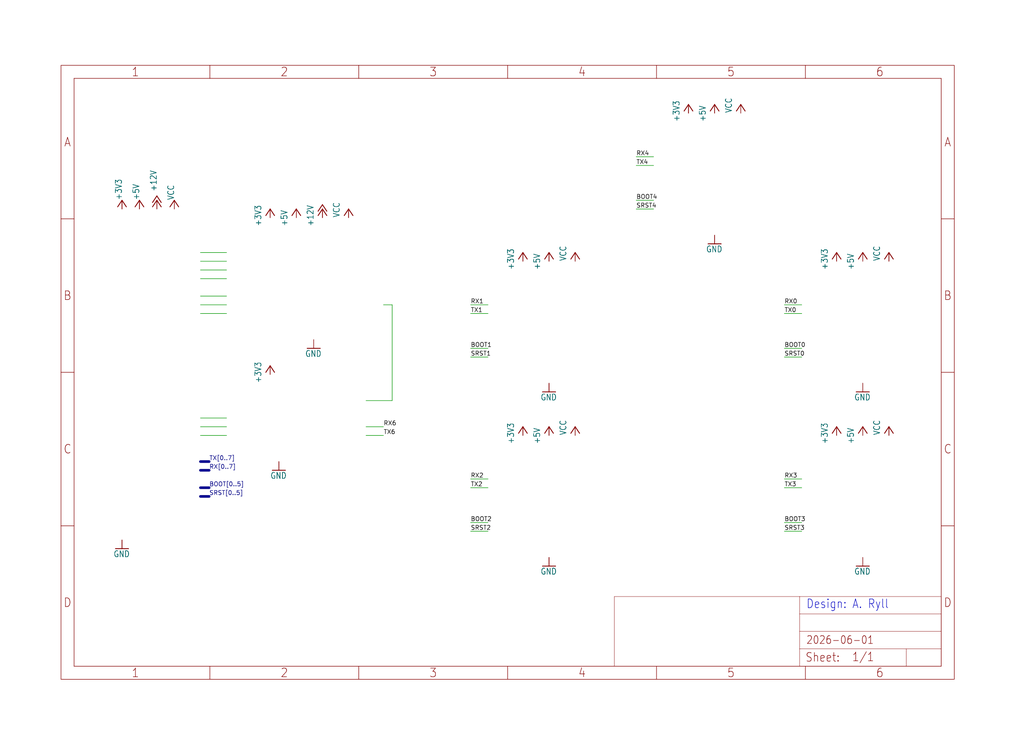
<source format=kicad_sch>
(kicad_sch (version 20231120) (generator "eeschema") (generator_version "8.0")
  (paper "User" 298.45 217.322)
  (lib_symbols
    (symbol "Powerboard v1-eagle-import:+12V" (power)
      (symbol "+12V_1_0"
        (polyline (pts (xy 0 0) (xy -1.27 -1.905)) (stroke (width 0.254)))
        (polyline (pts (xy 0 1.27) (xy -1.27 -0.635)) (stroke (width 0.254)))
        (polyline (pts (xy 1.27 -1.905) (xy 0 0)) (stroke (width 0.254)))
        (polyline (pts (xy 1.27 -0.635) (xy 0 1.27)) (stroke (width 0.254)))
        (pin power_in line (at 0 -2.54 90) (length 2.54) (name "+12V") (number "1"))
      )
    )
    (symbol "Powerboard v1-eagle-import:+3V3" (power)
      (symbol "+3V3_1_0"
        (polyline (pts (xy 0 0) (xy -1.27 -1.905)) (stroke (width 0.254)))
        (polyline (pts (xy 1.27 -1.905) (xy 0 0)) (stroke (width 0.254)))
        (pin power_in line (at 0 -2.54 90) (length 2.54) (name "+3V3") (number "1"))
      )
    )
    (symbol "Powerboard v1-eagle-import:+5V" (power)
      (symbol "+5V_1_0"
        (polyline (pts (xy 0 0) (xy -1.27 -1.905)) (stroke (width 0.254)))
        (polyline (pts (xy 1.27 -1.905) (xy 0 0)) (stroke (width 0.254)))
        (pin power_in line (at 0 -2.54 90) (length 2.54) (name "+5V") (number "1"))
      )
    )
    (symbol "Powerboard v1-eagle-import:A4L-LOC"
      (symbol "A4L-LOC_1_0"
        (polyline (pts (xy 0 44.7675) (xy 3.81 44.7675)))
        (polyline (pts (xy 0 89.535) (xy 3.81 89.535)))
        (polyline (pts (xy 0 134.3025) (xy 3.81 134.3025)))
        (polyline (pts (xy 3.81 3.81) (xy 3.81 175.26)))
        (polyline (pts (xy 43.3917 0) (xy 43.3917 3.81)))
        (polyline (pts (xy 43.3917 175.26) (xy 43.3917 179.07)))
        (polyline (pts (xy 86.7833 0) (xy 86.7833 3.81)))
        (polyline (pts (xy 86.7833 175.26) (xy 86.7833 179.07)))
        (polyline (pts (xy 130.175 0) (xy 130.175 3.81)))
        (polyline (pts (xy 130.175 175.26) (xy 130.175 179.07)))
        (polyline (pts (xy 161.29 3.81) (xy 161.29 24.13)) (stroke (width 0.1016)))
        (polyline (pts (xy 161.29 24.13) (xy 215.265 24.13)) (stroke (width 0.1016)))
        (polyline (pts (xy 173.5667 0) (xy 173.5667 3.81)))
        (polyline (pts (xy 173.5667 175.26) (xy 173.5667 179.07)))
        (polyline (pts (xy 215.265 8.89) (xy 215.265 3.81)) (stroke (width 0.1016)))
        (polyline (pts (xy 215.265 8.89) (xy 215.265 13.97)) (stroke (width 0.1016)))
        (polyline (pts (xy 215.265 13.97) (xy 215.265 19.05)) (stroke (width 0.1016)))
        (polyline (pts (xy 215.265 13.97) (xy 256.54 13.97)) (stroke (width 0.1016)))
        (polyline (pts (xy 215.265 19.05) (xy 215.265 24.13)) (stroke (width 0.1016)))
        (polyline (pts (xy 215.265 19.05) (xy 256.54 19.05)) (stroke (width 0.1016)))
        (polyline (pts (xy 215.265 24.13) (xy 256.54 24.13)) (stroke (width 0.1016)))
        (polyline (pts (xy 216.9583 0) (xy 216.9583 3.81)))
        (polyline (pts (xy 216.9583 175.26) (xy 216.9583 179.07)))
        (polyline (pts (xy 246.38 3.81) (xy 246.38 8.89)) (stroke (width 0.1016)))
        (polyline (pts (xy 246.38 8.89) (xy 215.265 8.89)) (stroke (width 0.1016)))
        (polyline (pts (xy 246.38 8.89) (xy 256.54 8.89)) (stroke (width 0.1016)))
        (polyline (pts (xy 256.54 3.81) (xy 3.81 3.81)))
        (polyline (pts (xy 256.54 3.81) (xy 256.54 8.89)) (stroke (width 0.1016)))
        (polyline (pts (xy 256.54 3.81) (xy 256.54 175.26)))
        (polyline (pts (xy 256.54 8.89) (xy 256.54 13.97)) (stroke (width 0.1016)))
        (polyline (pts (xy 256.54 13.97) (xy 256.54 19.05)) (stroke (width 0.1016)))
        (polyline (pts (xy 256.54 19.05) (xy 256.54 24.13)) (stroke (width 0.1016)))
        (polyline (pts (xy 256.54 44.7675) (xy 260.35 44.7675)))
        (polyline (pts (xy 256.54 89.535) (xy 260.35 89.535)))
        (polyline (pts (xy 256.54 134.3025) (xy 260.35 134.3025)))
        (polyline (pts (xy 256.54 175.26) (xy 3.81 175.26)))
        (polyline (pts (xy 0 0) (xy 260.35 0) (xy 260.35 179.07) (xy 0 179.07) (xy 0 0)))
        (text "${#}/${##}" (at 230.505 5.08 0) (effects (font (size 2.54 2.159)) (justify left bottom)))
        (text "${CURRENT_DATE}" (at 217.17 10.16 0) (effects (font (size 2.286 1.9431)) (justify left bottom)))
        (text "${PROJECTNAME}" (at 217.17 15.24 0) (effects (font (size 2.54 2.159)) (justify left bottom)))
        (text "1" (at 21.6958 1.905 0) (effects (font (size 2.54 2.286))))
        (text "1" (at 21.6958 177.165 0) (effects (font (size 2.54 2.286))))
        (text "2" (at 65.0875 1.905 0) (effects (font (size 2.54 2.286))))
        (text "2" (at 65.0875 177.165 0) (effects (font (size 2.54 2.286))))
        (text "3" (at 108.4792 1.905 0) (effects (font (size 2.54 2.286))))
        (text "3" (at 108.4792 177.165 0) (effects (font (size 2.54 2.286))))
        (text "4" (at 151.8708 1.905 0) (effects (font (size 2.54 2.286))))
        (text "4" (at 151.8708 177.165 0) (effects (font (size 2.54 2.286))))
        (text "5" (at 195.2625 1.905 0) (effects (font (size 2.54 2.286))))
        (text "5" (at 195.2625 177.165 0) (effects (font (size 2.54 2.286))))
        (text "6" (at 238.6542 1.905 0) (effects (font (size 2.54 2.286))))
        (text "6" (at 238.6542 177.165 0) (effects (font (size 2.54 2.286))))
        (text "A" (at 1.905 156.6863 0) (effects (font (size 2.54 2.286))))
        (text "A" (at 258.445 156.6863 0) (effects (font (size 2.54 2.286))))
        (text "B" (at 1.905 111.9188 0) (effects (font (size 2.54 2.286))))
        (text "B" (at 258.445 111.9188 0) (effects (font (size 2.54 2.286))))
        (text "C" (at 1.905 67.1513 0) (effects (font (size 2.54 2.286))))
        (text "C" (at 258.445 67.1513 0) (effects (font (size 2.54 2.286))))
        (text "D" (at 1.905 22.3838 0) (effects (font (size 2.54 2.286))))
        (text "D" (at 258.445 22.3838 0) (effects (font (size 2.54 2.286))))
        (text "Sheet:" (at 216.916 4.953 0) (effects (font (size 2.54 2.159)) (justify left bottom)))
      )
    )
    (symbol "Powerboard v1-eagle-import:GND" (power)
      (symbol "GND_1_0"
        (polyline (pts (xy -1.905 0) (xy 1.905 0)) (stroke (width 0.254)))
        (pin power_in line (at 0 2.54 270) (length 2.54) (name "GND") (number "1"))
      )
    )
    (symbol "Powerboard v1-eagle-import:VCC" (power)
      (symbol "VCC_1_0"
        (polyline (pts (xy 0 0) (xy -1.27 -1.905)) (stroke (width 0.254)))
        (polyline (pts (xy 1.27 -1.905) (xy 0 0)) (stroke (width 0.254)))
        (pin power_in line (at 0 -2.54 90) (length 2.54) (name "VCC") (number "1"))
      )
    )
  )
  (wire (pts (xy 228.6 152.4) (xy 233.68 152.4)) (stroke (width 0.1524)))
  (bus (pts (xy 58.42 144.78) (xy 60.96 144.78)) (stroke (width 0.762)))
  (wire (pts (xy 58.42 121.92) (xy 66.04 121.92)) (stroke (width 0.1524)))
  (wire (pts (xy 58.42 91.44) (xy 66.04 91.44)) (stroke (width 0.1524)))
  (wire (pts (xy 58.42 73.66) (xy 66.04 73.66)) (stroke (width 0.1524)))
  (wire (pts (xy 58.42 88.9) (xy 66.04 88.9)) (stroke (width 0.1524)))
  (wire (pts (xy 185.42 58.42) (xy 190.5 58.42)) (stroke (width 0.1524)))
  (wire (pts (xy 137.16 101.6) (xy 142.24 101.6)) (stroke (width 0.1524)))
  (wire (pts (xy 228.6 88.9) (xy 233.68 88.9)) (stroke (width 0.1524)))
  (wire (pts (xy 137.16 91.44) (xy 142.24 91.44)) (stroke (width 0.1524)))
  (wire (pts (xy 58.42 86.36) (xy 66.04 86.36)) (stroke (width 0.1524)))
  (wire (pts (xy 111.76 88.9) (xy 114.3 88.9)) (stroke (width 0.1524)))
  (wire (pts (xy 185.42 48.26) (xy 190.5 48.26)) (stroke (width 0.1524)))
  (wire (pts (xy 58.42 76.2) (xy 66.04 76.2)) (stroke (width 0.1524)))
  (bus (pts (xy 58.42 134.62) (xy 60.96 134.62)) (stroke (width 0.762)))
  (wire (pts (xy 106.68 127) (xy 111.76 127)) (stroke (width 0.1524)))
  (wire (pts (xy 58.42 78.74) (xy 66.04 78.74)) (stroke (width 0.1524)))
  (wire (pts (xy 185.42 60.96) (xy 190.5 60.96)) (stroke (width 0.1524)))
  (wire (pts (xy 58.42 124.46) (xy 66.04 124.46)) (stroke (width 0.1524)))
  (bus (pts (xy 58.42 142.24) (xy 60.96 142.24)) (stroke (width 0.762)))
  (bus (pts (xy 58.42 137.16) (xy 60.96 137.16)) (stroke (width 0.762)))
  (wire (pts (xy 137.16 142.24) (xy 142.24 142.24)) (stroke (width 0.1524)))
  (wire (pts (xy 137.16 152.4) (xy 142.24 152.4)) (stroke (width 0.1524)))
  (wire (pts (xy 106.68 124.46) (xy 111.76 124.46)) (stroke (width 0.1524)))
  (wire (pts (xy 114.3 116.84) (xy 106.68 116.84)) (stroke (width 0.1524)))
  (wire (pts (xy 58.42 81.28) (xy 66.04 81.28)) (stroke (width 0.1524)))
  (wire (pts (xy 137.16 104.14) (xy 142.24 104.14)) (stroke (width 0.1524)))
  (wire (pts (xy 185.42 45.72) (xy 190.5 45.72)) (stroke (width 0.1524)))
  (wire (pts (xy 58.42 127) (xy 66.04 127)) (stroke (width 0.1524)))
  (wire (pts (xy 228.6 154.94) (xy 233.68 154.94)) (stroke (width 0.1524)))
  (wire (pts (xy 114.3 88.9) (xy 114.3 116.84)) (stroke (width 0.1524)))
  (wire (pts (xy 228.6 91.44) (xy 233.68 91.44)) (stroke (width 0.1524)))
  (wire (pts (xy 137.16 154.94) (xy 142.24 154.94)) (stroke (width 0.1524)))
  (wire (pts (xy 228.6 142.24) (xy 233.68 142.24)) (stroke (width 0.1524)))
  (wire (pts (xy 228.6 101.6) (xy 233.68 101.6)) (stroke (width 0.1524)))
  (wire (pts (xy 228.6 104.14) (xy 233.68 104.14)) (stroke (width 0.1524)))
  (wire (pts (xy 137.16 139.7) (xy 142.24 139.7)) (stroke (width 0.1524)))
  (wire (pts (xy 228.6 139.7) (xy 233.68 139.7)) (stroke (width 0.1524)))
  (wire (pts (xy 137.16 88.9) (xy 142.24 88.9)) (stroke (width 0.1524)))
  (text "Design: A. Ryll" (at 234.95 177.8 0) (effects (font (size 2.54 2.159)) (justify left bottom)))
  (label "TX3" (at 228.6 142.24 0) (effects (font (size 1.2446 1.2446))))
  (label "RX4" (at 185.42 45.72 0) (effects (font (size 1.2446 1.2446))))
  (label "SRST0" (at 228.6 104.14 0) (effects (font (size 1.2446 1.2446))))
  (label "RX1" (at 137.16 88.9 0) (effects (font (size 1.2446 1.2446))))
  (label "RX0" (at 228.6 88.9 0) (effects (font (size 1.2446 1.2446))))
  (label "TX6" (at 111.76 127 0) (effects (font (size 1.2446 1.2446))))
  (label "SRST4" (at 185.42 60.96 0) (effects (font (size 1.2446 1.2446))))
  (label "SRST[0..5]" (at 60.96 144.78 0) (effects (font (size 1.2446 1.2446))))
  (label "BOOT4" (at 185.42 58.42 0) (effects (font (size 1.2446 1.2446))))
  (label "RX3" (at 228.6 139.7 0) (effects (font (size 1.2446 1.2446))))
  (label "SRST2" (at 137.16 154.94 0) (effects (font (size 1.2446 1.2446))))
  (label "BOOT1" (at 137.16 101.6 0) (effects (font (size 1.2446 1.2446))))
  (label "SRST3" (at 228.6 154.94 0) (effects (font (size 1.2446 1.2446))))
  (label "BOOT2" (at 137.16 152.4 0) (effects (font (size 1.2446 1.2446))))
  (label "TX0" (at 228.6 91.44 0) (effects (font (size 1.2446 1.2446))))
  (label "RX2" (at 137.16 139.7 0) (effects (font (size 1.2446 1.2446))))
  (label "RX[0..7]" (at 60.96 137.16 0) (effects (font (size 1.2446 1.2446))))
  (label "BOOT3" (at 228.6 152.4 0) (effects (font (size 1.2446 1.2446))))
  (label "TX4" (at 185.42 48.26 0) (effects (font (size 1.2446 1.2446))))
  (label "BOOT[0..5]" (at 60.96 142.24 0) (effects (font (size 1.2446 1.2446))))
  (label "TX1" (at 137.16 91.44 0) (effects (font (size 1.2446 1.2446))))
  (label "TX2" (at 137.16 142.24 0) (effects (font (size 1.2446 1.2446))))
  (label "SRST1" (at 137.16 104.14 0) (effects (font (size 1.2446 1.2446))))
  (label "RX6" (at 111.76 124.46 0) (effects (font (size 1.2446 1.2446))))
  (label "BOOT0" (at 228.6 101.6 0) (effects (font (size 1.2446 1.2446))))
  (label "TX[0..7]" (at 60.96 134.62 0) (effects (font (size 1.2446 1.2446))))
  (symbol (lib_id "Powerboard v1-eagle-import:+3V3") (at 243.84 73.66 0) (unit 1)
    (property "Reference" "#+3V6" (effects (hide yes)))
    (property "Value" "+3V3" (at 241.3 78.74 90) (effects (font (size 1.778 1.5113)) (justify left bottom)))
  )
  (symbol (lib_id "Powerboard v1-eagle-import:+3V3") (at 152.4 124.46 0) (unit 1)
    (property "Reference" "#+3V5" (effects (hide yes)))
    (property "Value" "+3V3" (at 149.86 129.54 90) (effects (font (size 1.778 1.5113)) (justify left bottom)))
  )
  (symbol (lib_id "Powerboard v1-eagle-import:VCC") (at 259.08 73.66 0) (unit 1)
    (property "Reference" "#P+8" (effects (hide yes)))
    (property "Value" "VCC" (at 256.54 76.2 90) (effects (font (size 1.778 1.5113)) (justify left bottom)))
  )
  (symbol (lib_id "Powerboard v1-eagle-import:+5V") (at 251.46 73.66 0) (unit 1)
    (property "Reference" "#P+9" (effects (hide yes)))
    (property "Value" "+5V" (at 248.92 78.74 90) (effects (font (size 1.778 1.5113)) (justify left bottom)))
  )
  (symbol (lib_id "Powerboard v1-eagle-import:+3V3") (at 243.84 124.46 0) (unit 1)
    (property "Reference" "#+3V7" (effects (hide yes)))
    (property "Value" "+3V3" (at 241.3 129.54 90) (effects (font (size 1.778 1.5113)) (justify left bottom)))
  )
  (symbol (lib_id "Powerboard v1-eagle-import:VCC") (at 101.6 60.96 0) (unit 1)
    (property "Reference" "#P+3" (effects (hide yes)))
    (property "Value" "VCC" (at 99.06 63.5 90) (effects (font (size 1.778 1.5113)) (justify left bottom)))
  )
  (symbol (lib_id "Powerboard v1-eagle-import:VCC") (at 50.8 58.42 0) (unit 1)
    (property "Reference" "#P+18" (effects (hide yes)))
    (property "Value" "VCC" (at 50.8 58.42 90) (effects (font (size 1.778 1.5113)) (justify left bottom)))
  )
  (symbol (lib_id "Powerboard v1-eagle-import:GND") (at 160.02 165.1 0) (unit 1)
    (property "Reference" "#GND7" (effects (hide yes)))
    (property "Value" "GND" (at 157.48 167.64 0) (effects (font (size 1.778 1.5113)) (justify left bottom)))
  )
  (symbol (lib_id "Powerboard v1-eagle-import:+5V") (at 160.02 73.66 0) (unit 1)
    (property "Reference" "#P+4" (effects (hide yes)))
    (property "Value" "+5V" (at 157.48 78.74 90) (effects (font (size 1.778 1.5113)) (justify left bottom)))
  )
  (symbol (lib_id "Powerboard v1-eagle-import:GND") (at 35.56 160.02 0) (unit 1)
    (property "Reference" "#GND12" (effects (hide yes)))
    (property "Value" "GND" (at 33.02 162.56 0) (effects (font (size 1.778 1.5113)) (justify left bottom)))
  )
  (symbol (lib_id "Powerboard v1-eagle-import:GND") (at 208.28 71.12 0) (unit 1)
    (property "Reference" "#GND9" (effects (hide yes)))
    (property "Value" "GND" (at 205.74 73.66 0) (effects (font (size 1.778 1.5113)) (justify left bottom)))
  )
  (symbol (lib_id "Powerboard v1-eagle-import:+3V3") (at 35.56 58.42 0) (unit 1)
    (property "Reference" "#+3V1" (effects (hide yes)))
    (property "Value" "+3V3" (at 35.56 58.42 90) (effects (font (size 1.778 1.5113)) (justify left bottom)))
  )
  (symbol (lib_id "Powerboard v1-eagle-import:VCC") (at 167.64 124.46 0) (unit 1)
    (property "Reference" "#P+7" (effects (hide yes)))
    (property "Value" "VCC" (at 165.1 127 90) (effects (font (size 1.778 1.5113)) (justify left bottom)))
  )
  (symbol (lib_id "Powerboard v1-eagle-import:+3V3") (at 78.74 106.68 0) (unit 1)
    (property "Reference" "#+3V3" (effects (hide yes)))
    (property "Value" "+3V3" (at 76.2 111.76 90) (effects (font (size 1.778 1.5113)) (justify left bottom)))
  )
  (symbol (lib_id "Powerboard v1-eagle-import:VCC") (at 167.64 73.66 0) (unit 1)
    (property "Reference" "#P+5" (effects (hide yes)))
    (property "Value" "VCC" (at 165.1 76.2 90) (effects (font (size 1.778 1.5113)) (justify left bottom)))
  )
  (symbol (lib_id "Powerboard v1-eagle-import:+5V") (at 208.28 30.48 0) (unit 1)
    (property "Reference" "#P+13" (effects (hide yes)))
    (property "Value" "+5V" (at 205.74 35.56 90) (effects (font (size 1.778 1.5113)) (justify left bottom)))
  )
  (symbol (lib_id "Powerboard v1-eagle-import:+3V3") (at 78.74 60.96 0) (unit 1)
    (property "Reference" "#+3V2" (effects (hide yes)))
    (property "Value" "+3V3" (at 76.2 66.04 90) (effects (font (size 1.778 1.5113)) (justify left bottom)))
  )
  (symbol (lib_id "Powerboard v1-eagle-import:GND") (at 81.28 137.16 0) (unit 1)
    (property "Reference" "#GND4" (effects (hide yes)))
    (property "Value" "GND" (at 78.74 139.7 0) (effects (font (size 1.778 1.5113)) (justify left bottom)))
  )
  (symbol (lib_id "Powerboard v1-eagle-import:+5V") (at 40.64 58.42 0) (unit 1)
    (property "Reference" "#P+1" (effects (hide yes)))
    (property "Value" "+5V" (at 40.64 58.42 90) (effects (font (size 1.778 1.5113)) (justify left bottom)))
  )
  (symbol (lib_id "Powerboard v1-eagle-import:+3V3") (at 152.4 73.66 0) (unit 1)
    (property "Reference" "#+3V4" (effects (hide yes)))
    (property "Value" "+3V3" (at 149.86 78.74 90) (effects (font (size 1.778 1.5113)) (justify left bottom)))
  )
  (symbol (lib_id "Powerboard v1-eagle-import:VCC") (at 259.08 124.46 0) (unit 1)
    (property "Reference" "#P+11" (effects (hide yes)))
    (property "Value" "VCC" (at 256.54 127 90) (effects (font (size 1.778 1.5113)) (justify left bottom)))
  )
  (symbol (lib_id "Powerboard v1-eagle-import:+5V") (at 160.02 124.46 0) (unit 1)
    (property "Reference" "#P+6" (effects (hide yes)))
    (property "Value" "+5V" (at 157.48 129.54 90) (effects (font (size 1.778 1.5113)) (justify left bottom)))
  )
  (symbol (lib_id "Powerboard v1-eagle-import:+5V") (at 86.36 60.96 0) (unit 1)
    (property "Reference" "#P+17" (effects (hide yes)))
    (property "Value" "+5V" (at 83.82 66.04 90) (effects (font (size 1.778 1.5113)) (justify left bottom)))
  )
  (symbol (lib_id "Powerboard v1-eagle-import:GND") (at 91.44 101.6 0) (unit 1)
    (property "Reference" "#GND3" (effects (hide yes)))
    (property "Value" "GND" (at 88.9 104.14 0) (effects (font (size 1.778 1.5113)) (justify left bottom)))
  )
  (symbol (lib_id "Powerboard v1-eagle-import:GND") (at 160.02 114.3 0) (unit 1)
    (property "Reference" "#GND6" (effects (hide yes)))
    (property "Value" "GND" (at 157.48 116.84 0) (effects (font (size 1.778 1.5113)) (justify left bottom)))
  )
  (symbol (lib_id "Powerboard v1-eagle-import:+3V3") (at 200.66 30.48 0) (unit 1)
    (property "Reference" "#+3V8" (effects (hide yes)))
    (property "Value" "+3V3" (at 198.12 35.56 90) (effects (font (size 1.778 1.5113)) (justify left bottom)))
  )
  (symbol (lib_id "Powerboard v1-eagle-import:GND") (at 251.46 165.1 0) (unit 1)
    (property "Reference" "#GND8" (effects (hide yes)))
    (property "Value" "GND" (at 248.92 167.64 0) (effects (font (size 1.778 1.5113)) (justify left bottom)))
  )
  (symbol (lib_id "Powerboard v1-eagle-import:A4L-LOC") (at 17.78 198.12 0) (unit 1)
    (property "Reference" "#FRAME5" (effects (hide yes)))
    (property "Value" "A4L-LOC" (effects (hide yes)))
  )
  (symbol (lib_id "Powerboard v1-eagle-import:+12V") (at 45.72 58.42 0) (unit 1)
    (property "Reference" "#P+15" (effects (hide yes)))
    (property "Value" "+12V" (at 45.72 55.88 90) (effects (font (size 1.778 1.5113)) (justify left bottom)))
  )
  (symbol (lib_id "Powerboard v1-eagle-import:GND") (at 251.46 114.3 0) (unit 1)
    (property "Reference" "#GND5" (effects (hide yes)))
    (property "Value" "GND" (at 248.92 116.84 0) (effects (font (size 1.778 1.5113)) (justify left bottom)))
  )
  (symbol (lib_id "Powerboard v1-eagle-import:+5V") (at 251.46 124.46 0) (unit 1)
    (property "Reference" "#P+10" (effects (hide yes)))
    (property "Value" "+5V" (at 248.92 129.54 90) (effects (font (size 1.778 1.5113)) (justify left bottom)))
  )
  (symbol (lib_id "Powerboard v1-eagle-import:+12V") (at 93.98 60.96 0) (unit 1)
    (property "Reference" "#P+2" (effects (hide yes)))
    (property "Value" "+12V" (at 91.44 66.04 90) (effects (font (size 1.778 1.5113)) (justify left bottom)))
  )
  (symbol (lib_id "Powerboard v1-eagle-import:VCC") (at 215.9 30.48 0) (unit 1)
    (property "Reference" "#P+12" (effects (hide yes)))
    (property "Value" "VCC" (at 213.36 33.02 90) (effects (font (size 1.778 1.5113)) (justify left bottom)))
  )
)
</source>
